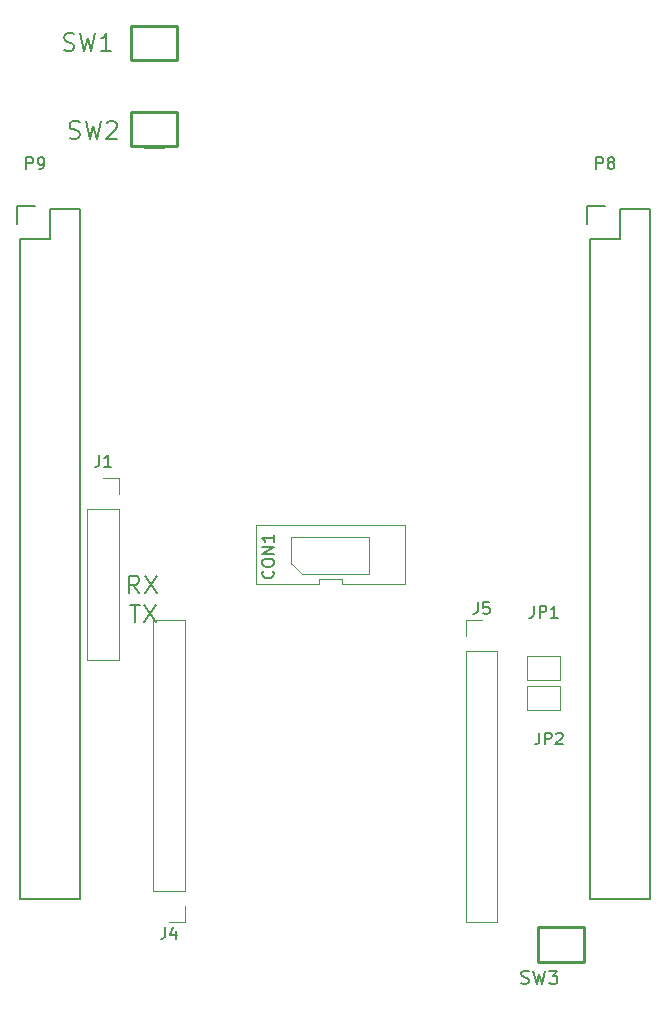
<source format=gbr>
%TF.GenerationSoftware,KiCad,Pcbnew,(5.1.7-0-10_14)*%
%TF.CreationDate,2020-11-18T23:57:46+08:00*%
%TF.ProjectId,bbb_zs3l,6262625f-7a73-4336-9c2e-6b696361645f,rev?*%
%TF.SameCoordinates,Original*%
%TF.FileFunction,Legend,Top*%
%TF.FilePolarity,Positive*%
%FSLAX46Y46*%
G04 Gerber Fmt 4.6, Leading zero omitted, Abs format (unit mm)*
G04 Created by KiCad (PCBNEW (5.1.7-0-10_14)) date 2020-11-18 23:57:46*
%MOMM*%
%LPD*%
G01*
G04 APERTURE LIST*
%ADD10C,0.150000*%
%ADD11C,0.254000*%
%ADD12C,0.120000*%
%ADD13C,0.152400*%
G04 APERTURE END LIST*
D10*
X124417242Y-94620971D02*
X125274385Y-94620971D01*
X124845814Y-96120971D02*
X124845814Y-94620971D01*
X125631528Y-94620971D02*
X126631528Y-96120971D01*
X126631528Y-94620971D02*
X125631528Y-96120971D01*
X125160100Y-93650971D02*
X124660100Y-92936685D01*
X124302957Y-93650971D02*
X124302957Y-92150971D01*
X124874385Y-92150971D01*
X125017242Y-92222400D01*
X125088671Y-92293828D01*
X125160100Y-92436685D01*
X125160100Y-92650971D01*
X125088671Y-92793828D01*
X125017242Y-92865257D01*
X124874385Y-92936685D01*
X124302957Y-92936685D01*
X125660100Y-92150971D02*
X126660100Y-93650971D01*
X126660100Y-92150971D02*
X125660100Y-93650971D01*
D11*
%TO.C,SW3*%
X162850058Y-124842486D02*
X158950142Y-124842486D01*
X158950142Y-124842486D02*
X158950142Y-121942568D01*
X158950142Y-121942568D02*
X162850058Y-121942568D01*
X162850058Y-121942568D02*
X162850058Y-124842486D01*
X161755826Y-121932408D02*
X160055804Y-121932408D01*
%TO.C,SW2*%
X124470142Y-52922314D02*
X128370058Y-52922314D01*
X128370058Y-52922314D02*
X128370058Y-55822232D01*
X128370058Y-55822232D02*
X124470142Y-55822232D01*
X124470142Y-55822232D02*
X124470142Y-52922314D01*
X125564374Y-55832392D02*
X127264396Y-55832392D01*
%TO.C,SW1*%
X124520142Y-45602314D02*
X128420058Y-45602314D01*
X128420058Y-45602314D02*
X128420058Y-48502232D01*
X128420058Y-48502232D02*
X124520142Y-48502232D01*
X124520142Y-48502232D02*
X124520142Y-45602314D01*
X125614374Y-48512392D02*
X127314396Y-48512392D01*
D12*
%TO.C,J1*%
X120807100Y-86512400D02*
X123467100Y-86512400D01*
X120807100Y-86512400D02*
X120807100Y-99272400D01*
X120807100Y-99272400D02*
X123467100Y-99272400D01*
X123467100Y-86512400D02*
X123467100Y-99272400D01*
X123467100Y-83912400D02*
X123467100Y-85242400D01*
X122137100Y-83912400D02*
X123467100Y-83912400D01*
D10*
%TO.C,P8*%
X163080100Y-60832400D02*
X163080100Y-62382400D01*
X165900100Y-63652400D02*
X163360100Y-63652400D01*
X165900100Y-61112400D02*
X165900100Y-63652400D01*
X164630100Y-60832400D02*
X163080100Y-60832400D01*
X168440100Y-61112400D02*
X165900100Y-61112400D01*
X168440100Y-119532400D02*
X163360100Y-119532400D01*
X163360100Y-119532400D02*
X163360100Y-63652400D01*
X168440100Y-119532400D02*
X168440100Y-61112400D01*
%TO.C,P9*%
X114820100Y-60832400D02*
X114820100Y-62382400D01*
X117640100Y-63652400D02*
X115100100Y-63652400D01*
X117640100Y-61112400D02*
X117640100Y-63652400D01*
X116370100Y-60832400D02*
X114820100Y-60832400D01*
X120180100Y-61112400D02*
X117640100Y-61112400D01*
X120180100Y-119532400D02*
X115100100Y-119532400D01*
X115100100Y-119532400D02*
X115100100Y-63652400D01*
X120180100Y-119532400D02*
X120180100Y-61112400D01*
D12*
%TO.C,J4*%
X129040100Y-121472400D02*
X127710100Y-121472400D01*
X129040100Y-120142400D02*
X129040100Y-121472400D01*
X129040100Y-118872400D02*
X126380100Y-118872400D01*
X126380100Y-118872400D02*
X126380100Y-95952400D01*
X129040100Y-118872400D02*
X129040100Y-95952400D01*
X129040100Y-95952400D02*
X126380100Y-95952400D01*
%TO.C,JP2*%
X158040100Y-101502400D02*
X160840100Y-101502400D01*
X160840100Y-101502400D02*
X160840100Y-103502400D01*
X160840100Y-103502400D02*
X158040100Y-103502400D01*
X158040100Y-103502400D02*
X158040100Y-101502400D01*
%TO.C,JP1*%
X158040100Y-98962400D02*
X160840100Y-98962400D01*
X160840100Y-98962400D02*
X160840100Y-100962400D01*
X160840100Y-100962400D02*
X158040100Y-100962400D01*
X158040100Y-100962400D02*
X158040100Y-98962400D01*
%TO.C,J5*%
X152860100Y-95952400D02*
X154190100Y-95952400D01*
X152860100Y-97282400D02*
X152860100Y-95952400D01*
X152860100Y-98552400D02*
X155520100Y-98552400D01*
X155520100Y-98552400D02*
X155520100Y-121472400D01*
X152860100Y-98552400D02*
X152860100Y-121472400D01*
X152860100Y-121472400D02*
X155520100Y-121472400D01*
%TO.C,CON1*%
X140380100Y-92902400D02*
X135055100Y-92902400D01*
X140380100Y-92402400D02*
X140380100Y-92902400D01*
X142380100Y-92402400D02*
X140380100Y-92402400D01*
X142380100Y-92902400D02*
X142380100Y-92402400D01*
X147705100Y-92902400D02*
X142380100Y-92902400D01*
X147705100Y-87902400D02*
X147705100Y-92902400D01*
X135055100Y-87902400D02*
X147705100Y-87902400D01*
X135055100Y-92902400D02*
X135055100Y-87902400D01*
X138070100Y-91182400D02*
X138070100Y-88852400D01*
X138070100Y-88852400D02*
X138830100Y-88852400D01*
X138870100Y-88852400D02*
X139465100Y-88852400D01*
X139465100Y-88852400D02*
X144605100Y-88852400D01*
X144605100Y-92022400D02*
X144600100Y-89472400D01*
X144605100Y-89494870D02*
X144605100Y-88852400D01*
X138940100Y-91982400D02*
X144605100Y-92022400D01*
X138930100Y-91982400D02*
X138100100Y-91212400D01*
%TO.C,SW3*%
D13*
X157535325Y-126685364D02*
X157698611Y-126739793D01*
X157970754Y-126739793D01*
X158079611Y-126685364D01*
X158134040Y-126630936D01*
X158188468Y-126522079D01*
X158188468Y-126413222D01*
X158134040Y-126304364D01*
X158079611Y-126249936D01*
X157970754Y-126195507D01*
X157753040Y-126141079D01*
X157644182Y-126086650D01*
X157589754Y-126032222D01*
X157535325Y-125923364D01*
X157535325Y-125814507D01*
X157589754Y-125705650D01*
X157644182Y-125651222D01*
X157753040Y-125596793D01*
X158025182Y-125596793D01*
X158188468Y-125651222D01*
X158569468Y-125596793D02*
X158841611Y-126739793D01*
X159059325Y-125923364D01*
X159277040Y-126739793D01*
X159549182Y-125596793D01*
X159875754Y-125596793D02*
X160583325Y-125596793D01*
X160202325Y-126032222D01*
X160365611Y-126032222D01*
X160474468Y-126086650D01*
X160528897Y-126141079D01*
X160583325Y-126249936D01*
X160583325Y-126522079D01*
X160528897Y-126630936D01*
X160474468Y-126685364D01*
X160365611Y-126739793D01*
X160039040Y-126739793D01*
X159930182Y-126685364D01*
X159875754Y-126630936D01*
%TO.C,SW2*%
X119294874Y-55099542D02*
X119509160Y-55170971D01*
X119866302Y-55170971D01*
X120009160Y-55099542D01*
X120080588Y-55028114D01*
X120152017Y-54885257D01*
X120152017Y-54742400D01*
X120080588Y-54599542D01*
X120009160Y-54528114D01*
X119866302Y-54456685D01*
X119580588Y-54385257D01*
X119437731Y-54313828D01*
X119366302Y-54242400D01*
X119294874Y-54099542D01*
X119294874Y-53956685D01*
X119366302Y-53813828D01*
X119437731Y-53742400D01*
X119580588Y-53670971D01*
X119937731Y-53670971D01*
X120152017Y-53742400D01*
X120652017Y-53670971D02*
X121009160Y-55170971D01*
X121294874Y-54099542D01*
X121580588Y-55170971D01*
X121937731Y-53670971D01*
X122437731Y-53813828D02*
X122509160Y-53742400D01*
X122652017Y-53670971D01*
X123009160Y-53670971D01*
X123152017Y-53742400D01*
X123223445Y-53813828D01*
X123294874Y-53956685D01*
X123294874Y-54099542D01*
X123223445Y-54313828D01*
X122366302Y-55170971D01*
X123294874Y-55170971D01*
%TO.C,SW1*%
X118824874Y-47679542D02*
X119039160Y-47750971D01*
X119396302Y-47750971D01*
X119539160Y-47679542D01*
X119610588Y-47608114D01*
X119682017Y-47465257D01*
X119682017Y-47322400D01*
X119610588Y-47179542D01*
X119539160Y-47108114D01*
X119396302Y-47036685D01*
X119110588Y-46965257D01*
X118967731Y-46893828D01*
X118896302Y-46822400D01*
X118824874Y-46679542D01*
X118824874Y-46536685D01*
X118896302Y-46393828D01*
X118967731Y-46322400D01*
X119110588Y-46250971D01*
X119467731Y-46250971D01*
X119682017Y-46322400D01*
X120182017Y-46250971D02*
X120539160Y-47750971D01*
X120824874Y-46679542D01*
X121110588Y-47750971D01*
X121467731Y-46250971D01*
X122824874Y-47750971D02*
X121967731Y-47750971D01*
X122396302Y-47750971D02*
X122396302Y-46250971D01*
X122253445Y-46465257D01*
X122110588Y-46608114D01*
X121967731Y-46679542D01*
%TO.C,J1*%
D10*
X121803766Y-81924780D02*
X121803766Y-82639066D01*
X121756147Y-82781923D01*
X121660909Y-82877161D01*
X121518052Y-82924780D01*
X121422814Y-82924780D01*
X122803766Y-82924780D02*
X122232338Y-82924780D01*
X122518052Y-82924780D02*
X122518052Y-81924780D01*
X122422814Y-82067638D01*
X122327576Y-82162876D01*
X122232338Y-82210495D01*
%TO.C,P8*%
X163892004Y-57734780D02*
X163892004Y-56734780D01*
X164272957Y-56734780D01*
X164368195Y-56782400D01*
X164415814Y-56830019D01*
X164463433Y-56925257D01*
X164463433Y-57068114D01*
X164415814Y-57163352D01*
X164368195Y-57210971D01*
X164272957Y-57258590D01*
X163892004Y-57258590D01*
X165034861Y-57163352D02*
X164939623Y-57115733D01*
X164892004Y-57068114D01*
X164844385Y-56972876D01*
X164844385Y-56925257D01*
X164892004Y-56830019D01*
X164939623Y-56782400D01*
X165034861Y-56734780D01*
X165225338Y-56734780D01*
X165320576Y-56782400D01*
X165368195Y-56830019D01*
X165415814Y-56925257D01*
X165415814Y-56972876D01*
X165368195Y-57068114D01*
X165320576Y-57115733D01*
X165225338Y-57163352D01*
X165034861Y-57163352D01*
X164939623Y-57210971D01*
X164892004Y-57258590D01*
X164844385Y-57353828D01*
X164844385Y-57544304D01*
X164892004Y-57639542D01*
X164939623Y-57687161D01*
X165034861Y-57734780D01*
X165225338Y-57734780D01*
X165320576Y-57687161D01*
X165368195Y-57639542D01*
X165415814Y-57544304D01*
X165415814Y-57353828D01*
X165368195Y-57258590D01*
X165320576Y-57210971D01*
X165225338Y-57163352D01*
%TO.C,P9*%
X115632004Y-57734780D02*
X115632004Y-56734780D01*
X116012957Y-56734780D01*
X116108195Y-56782400D01*
X116155814Y-56830019D01*
X116203433Y-56925257D01*
X116203433Y-57068114D01*
X116155814Y-57163352D01*
X116108195Y-57210971D01*
X116012957Y-57258590D01*
X115632004Y-57258590D01*
X116679623Y-57734780D02*
X116870100Y-57734780D01*
X116965338Y-57687161D01*
X117012957Y-57639542D01*
X117108195Y-57496685D01*
X117155814Y-57306209D01*
X117155814Y-56925257D01*
X117108195Y-56830019D01*
X117060576Y-56782400D01*
X116965338Y-56734780D01*
X116774861Y-56734780D01*
X116679623Y-56782400D01*
X116632004Y-56830019D01*
X116584385Y-56925257D01*
X116584385Y-57163352D01*
X116632004Y-57258590D01*
X116679623Y-57306209D01*
X116774861Y-57353828D01*
X116965338Y-57353828D01*
X117060576Y-57306209D01*
X117108195Y-57258590D01*
X117155814Y-57163352D01*
%TO.C,J4*%
X127376766Y-121924780D02*
X127376766Y-122639066D01*
X127329147Y-122781923D01*
X127233909Y-122877161D01*
X127091052Y-122924780D01*
X126995814Y-122924780D01*
X128281528Y-122258114D02*
X128281528Y-122924780D01*
X128043433Y-121877161D02*
X127805338Y-122591447D01*
X128424385Y-122591447D01*
%TO.C,JP2*%
X159046766Y-105444780D02*
X159046766Y-106159066D01*
X158999147Y-106301923D01*
X158903909Y-106397161D01*
X158761052Y-106444780D01*
X158665814Y-106444780D01*
X159522957Y-106444780D02*
X159522957Y-105444780D01*
X159903909Y-105444780D01*
X159999147Y-105492400D01*
X160046766Y-105540019D01*
X160094385Y-105635257D01*
X160094385Y-105778114D01*
X160046766Y-105873352D01*
X159999147Y-105920971D01*
X159903909Y-105968590D01*
X159522957Y-105968590D01*
X160475338Y-105540019D02*
X160522957Y-105492400D01*
X160618195Y-105444780D01*
X160856290Y-105444780D01*
X160951528Y-105492400D01*
X160999147Y-105540019D01*
X161046766Y-105635257D01*
X161046766Y-105730495D01*
X160999147Y-105873352D01*
X160427719Y-106444780D01*
X161046766Y-106444780D01*
%TO.C,JP1*%
X158606766Y-94714780D02*
X158606766Y-95429066D01*
X158559147Y-95571923D01*
X158463909Y-95667161D01*
X158321052Y-95714780D01*
X158225814Y-95714780D01*
X159082957Y-95714780D02*
X159082957Y-94714780D01*
X159463909Y-94714780D01*
X159559147Y-94762400D01*
X159606766Y-94810019D01*
X159654385Y-94905257D01*
X159654385Y-95048114D01*
X159606766Y-95143352D01*
X159559147Y-95190971D01*
X159463909Y-95238590D01*
X159082957Y-95238590D01*
X160606766Y-95714780D02*
X160035338Y-95714780D01*
X160321052Y-95714780D02*
X160321052Y-94714780D01*
X160225814Y-94857638D01*
X160130576Y-94952876D01*
X160035338Y-95000495D01*
%TO.C,J5*%
X153856766Y-94404780D02*
X153856766Y-95119066D01*
X153809147Y-95261923D01*
X153713909Y-95357161D01*
X153571052Y-95404780D01*
X153475814Y-95404780D01*
X154809147Y-94404780D02*
X154332957Y-94404780D01*
X154285338Y-94880971D01*
X154332957Y-94833352D01*
X154428195Y-94785733D01*
X154666290Y-94785733D01*
X154761528Y-94833352D01*
X154809147Y-94880971D01*
X154856766Y-94976209D01*
X154856766Y-95214304D01*
X154809147Y-95309542D01*
X154761528Y-95357161D01*
X154666290Y-95404780D01*
X154428195Y-95404780D01*
X154332957Y-95357161D01*
X154285338Y-95309542D01*
%TO.C,CON1*%
X136497242Y-91766685D02*
X136544861Y-91814304D01*
X136592480Y-91957161D01*
X136592480Y-92052400D01*
X136544861Y-92195257D01*
X136449623Y-92290495D01*
X136354385Y-92338114D01*
X136163909Y-92385733D01*
X136021052Y-92385733D01*
X135830576Y-92338114D01*
X135735338Y-92290495D01*
X135640100Y-92195257D01*
X135592480Y-92052400D01*
X135592480Y-91957161D01*
X135640100Y-91814304D01*
X135687719Y-91766685D01*
X135592480Y-91147638D02*
X135592480Y-90957161D01*
X135640100Y-90861923D01*
X135735338Y-90766685D01*
X135925814Y-90719066D01*
X136259147Y-90719066D01*
X136449623Y-90766685D01*
X136544861Y-90861923D01*
X136592480Y-90957161D01*
X136592480Y-91147638D01*
X136544861Y-91242876D01*
X136449623Y-91338114D01*
X136259147Y-91385733D01*
X135925814Y-91385733D01*
X135735338Y-91338114D01*
X135640100Y-91242876D01*
X135592480Y-91147638D01*
X136592480Y-90290495D02*
X135592480Y-90290495D01*
X136592480Y-89719066D01*
X135592480Y-89719066D01*
X136592480Y-88719066D02*
X136592480Y-89290495D01*
X136592480Y-89004780D02*
X135592480Y-89004780D01*
X135735338Y-89100019D01*
X135830576Y-89195257D01*
X135878195Y-89290495D01*
%TD*%
M02*

</source>
